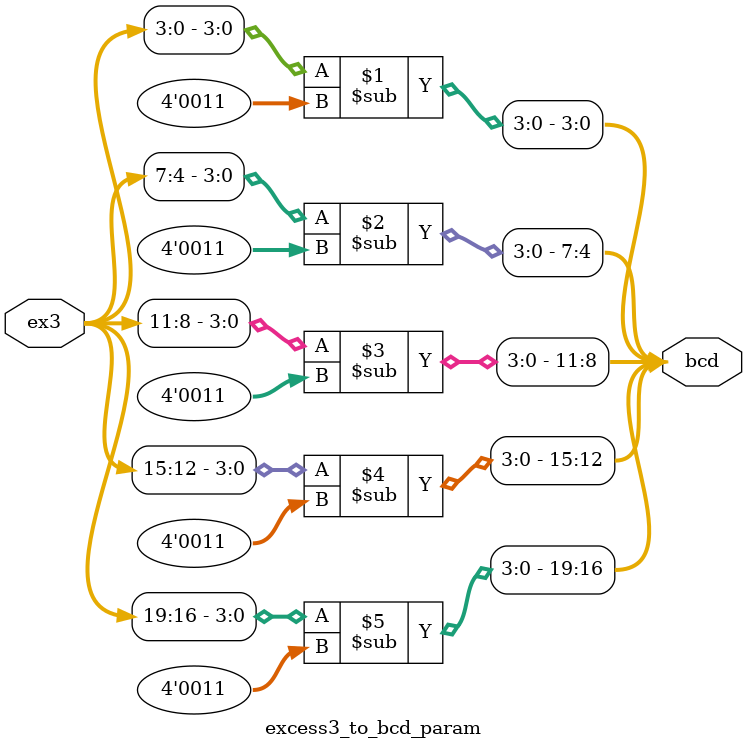
<source format=v>
module excess3_to_bcd_param #(
    parameter integer DIGITS = 5
)(
    input  wire [DIGITS*4-1:0] ex3,
    output wire [DIGITS*4-1:0] bcd
);
    genvar d;
    generate
        for (d = 0; d < DIGITS; d = d + 1) begin : GEN_EX32BCD
            assign bcd[d*4 +: 4] = ex3[d*4 +: 4] - 4'd3;
        end
    endgenerate
endmodule

</source>
